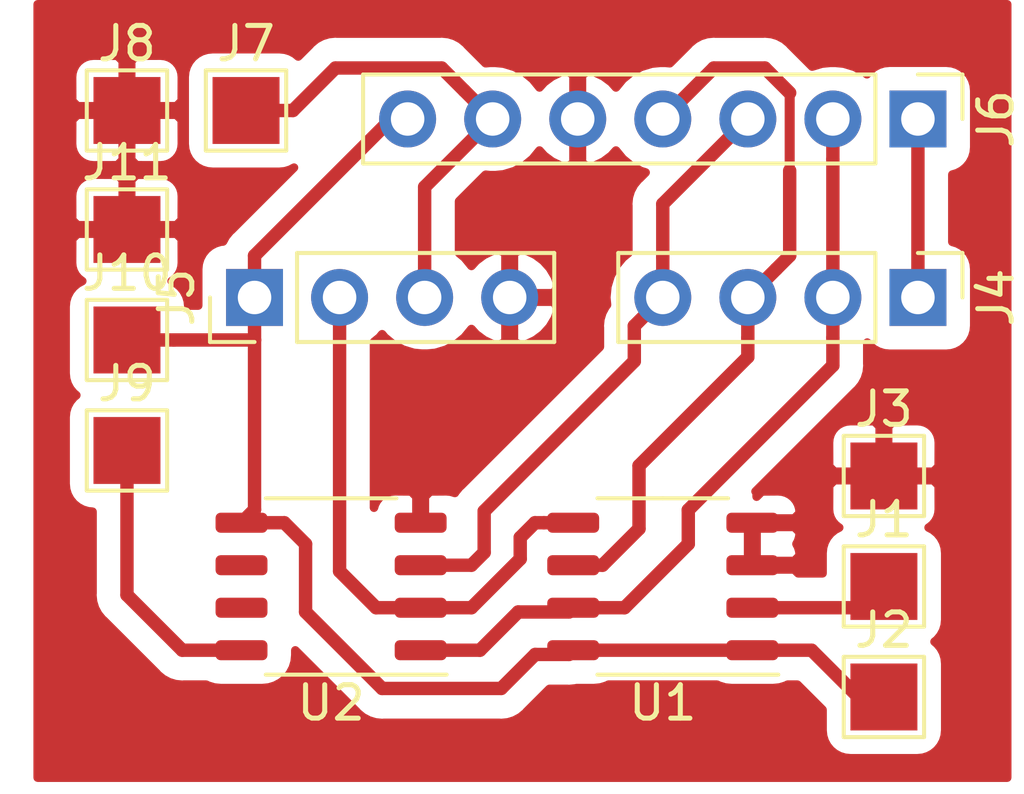
<source format=kicad_pcb>
(kicad_pcb (version 20171130) (host pcbnew "(5.1.4-0-10_14)")

  (general
    (thickness 1.6)
    (drawings 0)
    (tracks 77)
    (zones 0)
    (modules 13)
    (nets 11)
  )

  (page A4)
  (layers
    (0 F.Cu signal)
    (31 B.Cu signal)
    (32 B.Adhes user)
    (33 F.Adhes user)
    (34 B.Paste user)
    (35 F.Paste user)
    (36 B.SilkS user)
    (37 F.SilkS user)
    (38 B.Mask user)
    (39 F.Mask user)
    (40 Dwgs.User user)
    (41 Cmts.User user)
    (42 Eco1.User user)
    (43 Eco2.User user)
    (44 Edge.Cuts user)
    (45 Margin user)
    (46 B.CrtYd user)
    (47 F.CrtYd user)
    (48 B.Fab user)
    (49 F.Fab user)
  )

  (setup
    (last_trace_width 0.4)
    (trace_clearance 0.2)
    (zone_clearance 0.7)
    (zone_45_only no)
    (trace_min 0.2)
    (via_size 0.8)
    (via_drill 0.4)
    (via_min_size 0.4)
    (via_min_drill 0.3)
    (uvia_size 0.3)
    (uvia_drill 0.1)
    (uvias_allowed no)
    (uvia_min_size 0.2)
    (uvia_min_drill 0.1)
    (edge_width 0.15)
    (segment_width 0.2)
    (pcb_text_width 0.3)
    (pcb_text_size 1.5 1.5)
    (mod_edge_width 0.15)
    (mod_text_size 1 1)
    (mod_text_width 0.15)
    (pad_size 1.524 1.524)
    (pad_drill 0.762)
    (pad_to_mask_clearance 0.051)
    (solder_mask_min_width 0.25)
    (aux_axis_origin 0 0)
    (visible_elements FFFFFF7F)
    (pcbplotparams
      (layerselection 0x010fc_ffffffff)
      (usegerberextensions false)
      (usegerberattributes false)
      (usegerberadvancedattributes false)
      (creategerberjobfile false)
      (excludeedgelayer true)
      (linewidth 0.100000)
      (plotframeref false)
      (viasonmask false)
      (mode 1)
      (useauxorigin false)
      (hpglpennumber 1)
      (hpglpenspeed 20)
      (hpglpendiameter 15.000000)
      (psnegative false)
      (psa4output false)
      (plotreference true)
      (plotvalue true)
      (plotinvisibletext false)
      (padsonsilk false)
      (subtractmaskfromsilk false)
      (outputformat 1)
      (mirror false)
      (drillshape 1)
      (scaleselection 1)
      (outputdirectory ""))
  )

  (net 0 "")
  (net 1 +3V3)
  (net 2 GND)
  (net 3 GPIO4)
  (net 4 MOSI)
  (net 5 MISO)
  (net 6 SCK)
  (net 7 GPIO16)
  (net 8 MIC)
  (net 9 AUD_OUT)
  (net 10 HCS)

  (net_class Default "This is the default net class."
    (clearance 0.2)
    (trace_width 0.4)
    (via_dia 0.8)
    (via_drill 0.4)
    (uvia_dia 0.3)
    (uvia_drill 0.1)
    (add_net +3V3)
    (add_net AUD_OUT)
    (add_net GND)
    (add_net GPIO16)
    (add_net GPIO4)
    (add_net HCS)
    (add_net MIC)
    (add_net MISO)
    (add_net MOSI)
    (add_net SCK)
  )

  (module Package_SO:SSOP-8_3.9x5.05mm_P1.27mm (layer F.Cu) (tedit 5B9564B2) (tstamp 5D95FFF1)
    (at 45.466 51.816 180)
    (descr "SSOP, 8 Pin (http://www.fujitsu.com/downloads/MICRO/fsa/pdf/products/memory/fram/MB85RS16-DS501-00014-6v0-E.pdf), generated with kicad-footprint-generator ipc_gullwing_generator.py")
    (tags "SSOP SO")
    (path /5BF6B0D1)
    (attr smd)
    (fp_text reference U1 (at 0 -3.48) (layer F.SilkS)
      (effects (font (size 1 1) (thickness 0.15)))
    )
    (fp_text value MCP3201/TLC549IP (at 0 3.48) (layer F.Fab)
      (effects (font (size 1 1) (thickness 0.15)))
    )
    (fp_text user %R (at 0 0) (layer F.Fab)
      (effects (font (size 0.98 0.98) (thickness 0.15)))
    )
    (fp_line (start 3.7 -2.78) (end -3.7 -2.78) (layer F.CrtYd) (width 0.05))
    (fp_line (start 3.7 2.78) (end 3.7 -2.78) (layer F.CrtYd) (width 0.05))
    (fp_line (start -3.7 2.78) (end 3.7 2.78) (layer F.CrtYd) (width 0.05))
    (fp_line (start -3.7 -2.78) (end -3.7 2.78) (layer F.CrtYd) (width 0.05))
    (fp_line (start -1.95 -1.55) (end -0.975 -2.525) (layer F.Fab) (width 0.1))
    (fp_line (start -1.95 2.525) (end -1.95 -1.55) (layer F.Fab) (width 0.1))
    (fp_line (start 1.95 2.525) (end -1.95 2.525) (layer F.Fab) (width 0.1))
    (fp_line (start 1.95 -2.525) (end 1.95 2.525) (layer F.Fab) (width 0.1))
    (fp_line (start -0.975 -2.525) (end 1.95 -2.525) (layer F.Fab) (width 0.1))
    (fp_line (start 0 -2.635) (end -3.45 -2.635) (layer F.SilkS) (width 0.12))
    (fp_line (start 0 -2.635) (end 1.95 -2.635) (layer F.SilkS) (width 0.12))
    (fp_line (start 0 2.635) (end -1.95 2.635) (layer F.SilkS) (width 0.12))
    (fp_line (start 0 2.635) (end 1.95 2.635) (layer F.SilkS) (width 0.12))
    (fp_line (start 0 2.635) (end 0 2.635) (layer B.Fab) (width 0.12))
    (pad 8 smd roundrect (at 2.675 -1.905 180) (size 1.55 0.6) (layers F.Cu F.Paste F.Mask) (roundrect_rratio 0.25)
      (net 1 +3V3))
    (pad 7 smd roundrect (at 2.675 -0.635 180) (size 1.55 0.6) (layers F.Cu F.Paste F.Mask) (roundrect_rratio 0.25)
      (net 6 SCK))
    (pad 6 smd roundrect (at 2.675 0.635 180) (size 1.55 0.6) (layers F.Cu F.Paste F.Mask) (roundrect_rratio 0.25)
      (net 5 MISO))
    (pad 5 smd roundrect (at 2.675 1.905 180) (size 1.55 0.6) (layers F.Cu F.Paste F.Mask) (roundrect_rratio 0.25)
      (net 10 HCS))
    (pad 4 smd roundrect (at -2.675 1.905 180) (size 1.55 0.6) (layers F.Cu F.Paste F.Mask) (roundrect_rratio 0.25)
      (net 2 GND))
    (pad 3 smd roundrect (at -2.675 0.635 180) (size 1.55 0.6) (layers F.Cu F.Paste F.Mask) (roundrect_rratio 0.25)
      (net 2 GND))
    (pad 2 smd roundrect (at -2.675 -0.635 180) (size 1.55 0.6) (layers F.Cu F.Paste F.Mask) (roundrect_rratio 0.25)
      (net 8 MIC))
    (pad 1 smd roundrect (at -2.675 -1.905 180) (size 1.55 0.6) (layers F.Cu F.Paste F.Mask) (roundrect_rratio 0.25)
      (net 1 +3V3))
    (model ${KISYS3DMOD}/Package_SO.3dshapes/SSOP-8_3.9x5.05mm_P1.27mm.wrl
      (at (xyz 0 0 0))
      (scale (xyz 1 1 1))
      (rotate (xyz 0 0 0))
    )
  )

  (module Connector_PinHeader_2.54mm:PinHeader_1x04_P2.54mm_Vertical (layer F.Cu) (tedit 59FED5CC) (tstamp 5D9606D3)
    (at 33.274 43.18 90)
    (descr "Through hole straight pin header, 1x04, 2.54mm pitch, single row")
    (tags "Through hole pin header THT 1x04 2.54mm single row")
    (path /5D9609AE)
    (fp_text reference J5 (at 0 -2.33 90) (layer F.SilkS)
      (effects (font (size 1 1) (thickness 0.15)))
    )
    (fp_text value MAIN_UNIT_MISC (at 0 9.95 90) (layer F.Fab)
      (effects (font (size 1 1) (thickness 0.15)))
    )
    (fp_text user %R (at 0 3.81) (layer F.Fab)
      (effects (font (size 1 1) (thickness 0.15)))
    )
    (fp_line (start 1.8 -1.8) (end -1.8 -1.8) (layer F.CrtYd) (width 0.05))
    (fp_line (start 1.8 9.4) (end 1.8 -1.8) (layer F.CrtYd) (width 0.05))
    (fp_line (start -1.8 9.4) (end 1.8 9.4) (layer F.CrtYd) (width 0.05))
    (fp_line (start -1.8 -1.8) (end -1.8 9.4) (layer F.CrtYd) (width 0.05))
    (fp_line (start -1.33 -1.33) (end 0 -1.33) (layer F.SilkS) (width 0.12))
    (fp_line (start -1.33 0) (end -1.33 -1.33) (layer F.SilkS) (width 0.12))
    (fp_line (start -1.33 1.27) (end 1.33 1.27) (layer F.SilkS) (width 0.12))
    (fp_line (start 1.33 1.27) (end 1.33 8.95) (layer F.SilkS) (width 0.12))
    (fp_line (start -1.33 1.27) (end -1.33 8.95) (layer F.SilkS) (width 0.12))
    (fp_line (start -1.33 8.95) (end 1.33 8.95) (layer F.SilkS) (width 0.12))
    (fp_line (start -1.27 -0.635) (end -0.635 -1.27) (layer F.Fab) (width 0.1))
    (fp_line (start -1.27 8.89) (end -1.27 -0.635) (layer F.Fab) (width 0.1))
    (fp_line (start 1.27 8.89) (end -1.27 8.89) (layer F.Fab) (width 0.1))
    (fp_line (start 1.27 -1.27) (end 1.27 8.89) (layer F.Fab) (width 0.1))
    (fp_line (start -0.635 -1.27) (end 1.27 -1.27) (layer F.Fab) (width 0.1))
    (pad 4 thru_hole oval (at 0 7.62 90) (size 1.7 1.7) (drill 1) (layers *.Cu *.Mask)
      (net 2 GND))
    (pad 3 thru_hole oval (at 0 5.08 90) (size 1.7 1.7) (drill 1) (layers *.Cu *.Mask)
      (net 3 GPIO4))
    (pad 2 thru_hole oval (at 0 2.54 90) (size 1.7 1.7) (drill 1) (layers *.Cu *.Mask)
      (net 10 HCS))
    (pad 1 thru_hole rect (at 0 0 90) (size 1.7 1.7) (drill 1) (layers *.Cu *.Mask)
      (net 1 +3V3))
    (model ${KISYS3DMOD}/Connector_PinHeader_2.54mm.3dshapes/PinHeader_1x04_P2.54mm_Vertical.wrl
      (at (xyz 0 0 0))
      (scale (xyz 1 1 1))
      (rotate (xyz 0 0 0))
    )
  )

  (module Connector_PinHeader_2.54mm:PinHeader_1x04_P2.54mm_Vertical (layer F.Cu) (tedit 59FED5CC) (tstamp 5D95F685)
    (at 53.086 43.18 270)
    (descr "Through hole straight pin header, 1x04, 2.54mm pitch, single row")
    (tags "Through hole pin header THT 1x04 2.54mm single row")
    (path /5BF724CE)
    (fp_text reference J4 (at 0 -2.33 90) (layer F.SilkS)
      (effects (font (size 1 1) (thickness 0.15)))
    )
    (fp_text value MAIN_UNIT_SPI (at 0 9.95 90) (layer F.Fab)
      (effects (font (size 1 1) (thickness 0.15)))
    )
    (fp_text user %R (at 0 3.81) (layer F.Fab)
      (effects (font (size 1 1) (thickness 0.15)))
    )
    (fp_line (start 1.8 -1.8) (end -1.8 -1.8) (layer F.CrtYd) (width 0.05))
    (fp_line (start 1.8 9.4) (end 1.8 -1.8) (layer F.CrtYd) (width 0.05))
    (fp_line (start -1.8 9.4) (end 1.8 9.4) (layer F.CrtYd) (width 0.05))
    (fp_line (start -1.8 -1.8) (end -1.8 9.4) (layer F.CrtYd) (width 0.05))
    (fp_line (start -1.33 -1.33) (end 0 -1.33) (layer F.SilkS) (width 0.12))
    (fp_line (start -1.33 0) (end -1.33 -1.33) (layer F.SilkS) (width 0.12))
    (fp_line (start -1.33 1.27) (end 1.33 1.27) (layer F.SilkS) (width 0.12))
    (fp_line (start 1.33 1.27) (end 1.33 8.95) (layer F.SilkS) (width 0.12))
    (fp_line (start -1.33 1.27) (end -1.33 8.95) (layer F.SilkS) (width 0.12))
    (fp_line (start -1.33 8.95) (end 1.33 8.95) (layer F.SilkS) (width 0.12))
    (fp_line (start -1.27 -0.635) (end -0.635 -1.27) (layer F.Fab) (width 0.1))
    (fp_line (start -1.27 8.89) (end -1.27 -0.635) (layer F.Fab) (width 0.1))
    (fp_line (start 1.27 8.89) (end -1.27 8.89) (layer F.Fab) (width 0.1))
    (fp_line (start 1.27 -1.27) (end 1.27 8.89) (layer F.Fab) (width 0.1))
    (fp_line (start -0.635 -1.27) (end 1.27 -1.27) (layer F.Fab) (width 0.1))
    (pad 4 thru_hole oval (at 0 7.62 270) (size 1.7 1.7) (drill 1) (layers *.Cu *.Mask)
      (net 4 MOSI))
    (pad 3 thru_hole oval (at 0 5.08 270) (size 1.7 1.7) (drill 1) (layers *.Cu *.Mask)
      (net 5 MISO))
    (pad 2 thru_hole oval (at 0 2.54 270) (size 1.7 1.7) (drill 1) (layers *.Cu *.Mask)
      (net 6 SCK))
    (pad 1 thru_hole rect (at 0 0 270) (size 1.7 1.7) (drill 1) (layers *.Cu *.Mask)
      (net 7 GPIO16))
    (model ${KISYS3DMOD}/Connector_PinHeader_2.54mm.3dshapes/PinHeader_1x04_P2.54mm_Vertical.wrl
      (at (xyz 0 0 0))
      (scale (xyz 1 1 1))
      (rotate (xyz 0 0 0))
    )
  )

  (module Package_SO:SSOP-8_3.9x5.05mm_P1.27mm (layer F.Cu) (tedit 5B9564B2) (tstamp 5D95F772)
    (at 35.56 51.816 180)
    (descr "SSOP, 8 Pin (http://www.fujitsu.com/downloads/MICRO/fsa/pdf/products/memory/fram/MB85RS16-DS501-00014-6v0-E.pdf), generated with kicad-footprint-generator ipc_gullwing_generator.py")
    (tags "SSOP SO")
    (path /5CA8C038)
    (attr smd)
    (fp_text reference U2 (at 0 -3.48) (layer F.SilkS)
      (effects (font (size 1 1) (thickness 0.15)))
    )
    (fp_text value PT8211 (at 0 3.48) (layer F.Fab)
      (effects (font (size 1 1) (thickness 0.15)))
    )
    (fp_text user %R (at 0 0) (layer F.Fab)
      (effects (font (size 0.98 0.98) (thickness 0.15)))
    )
    (fp_line (start 3.7 -2.78) (end -3.7 -2.78) (layer F.CrtYd) (width 0.05))
    (fp_line (start 3.7 2.78) (end 3.7 -2.78) (layer F.CrtYd) (width 0.05))
    (fp_line (start -3.7 2.78) (end 3.7 2.78) (layer F.CrtYd) (width 0.05))
    (fp_line (start -3.7 -2.78) (end -3.7 2.78) (layer F.CrtYd) (width 0.05))
    (fp_line (start -1.95 -1.55) (end -0.975 -2.525) (layer F.Fab) (width 0.1))
    (fp_line (start -1.95 2.525) (end -1.95 -1.55) (layer F.Fab) (width 0.1))
    (fp_line (start 1.95 2.525) (end -1.95 2.525) (layer F.Fab) (width 0.1))
    (fp_line (start 1.95 -2.525) (end 1.95 2.525) (layer F.Fab) (width 0.1))
    (fp_line (start -0.975 -2.525) (end 1.95 -2.525) (layer F.Fab) (width 0.1))
    (fp_line (start 0 -2.635) (end -3.45 -2.635) (layer F.SilkS) (width 0.12))
    (fp_line (start 0 -2.635) (end 1.95 -2.635) (layer F.SilkS) (width 0.12))
    (fp_line (start 0 2.635) (end -1.95 2.635) (layer F.SilkS) (width 0.12))
    (fp_line (start 0 2.635) (end 1.95 2.635) (layer F.SilkS) (width 0.12))
    (fp_line (start 0 2.635) (end 0 2.635) (layer B.Fab) (width 0.12))
    (pad 8 smd roundrect (at 2.675 -1.905 180) (size 1.55 0.6) (layers F.Cu F.Paste F.Mask) (roundrect_rratio 0.25)
      (net 9 AUD_OUT))
    (pad 7 smd roundrect (at 2.675 -0.635 180) (size 1.55 0.6) (layers F.Cu F.Paste F.Mask) (roundrect_rratio 0.25))
    (pad 6 smd roundrect (at 2.675 0.635 180) (size 1.55 0.6) (layers F.Cu F.Paste F.Mask) (roundrect_rratio 0.25))
    (pad 5 smd roundrect (at 2.675 1.905 180) (size 1.55 0.6) (layers F.Cu F.Paste F.Mask) (roundrect_rratio 0.25)
      (net 1 +3V3))
    (pad 4 smd roundrect (at -2.675 1.905 180) (size 1.55 0.6) (layers F.Cu F.Paste F.Mask) (roundrect_rratio 0.25)
      (net 2 GND))
    (pad 3 smd roundrect (at -2.675 0.635 180) (size 1.55 0.6) (layers F.Cu F.Paste F.Mask) (roundrect_rratio 0.25)
      (net 4 MOSI))
    (pad 2 smd roundrect (at -2.675 -0.635 180) (size 1.55 0.6) (layers F.Cu F.Paste F.Mask) (roundrect_rratio 0.25)
      (net 10 HCS))
    (pad 1 smd roundrect (at -2.675 -1.905 180) (size 1.55 0.6) (layers F.Cu F.Paste F.Mask) (roundrect_rratio 0.25)
      (net 6 SCK))
    (model ${KISYS3DMOD}/Package_SO.3dshapes/SSOP-8_3.9x5.05mm_P1.27mm.wrl
      (at (xyz 0 0 0))
      (scale (xyz 1 1 1))
      (rotate (xyz 0 0 0))
    )
  )

  (module TestPoint:TestPoint_Pad_2.0x2.0mm (layer F.Cu) (tedit 5A0F774F) (tstamp 5D96098E)
    (at 29.464 41.148)
    (descr "SMD rectangular pad as test Point, square 2.0mm side length")
    (tags "test point SMD pad rectangle square")
    (path /5D974A45)
    (attr virtual)
    (fp_text reference J11 (at 0 -1.998) (layer F.SilkS)
      (effects (font (size 1 1) (thickness 0.15)))
    )
    (fp_text value SPK_GND (at 0 2.05) (layer F.Fab)
      (effects (font (size 1 1) (thickness 0.15)))
    )
    (fp_line (start 1.5 1.5) (end -1.5 1.5) (layer F.CrtYd) (width 0.05))
    (fp_line (start 1.5 1.5) (end 1.5 -1.5) (layer F.CrtYd) (width 0.05))
    (fp_line (start -1.5 -1.5) (end -1.5 1.5) (layer F.CrtYd) (width 0.05))
    (fp_line (start -1.5 -1.5) (end 1.5 -1.5) (layer F.CrtYd) (width 0.05))
    (fp_line (start -1.2 1.2) (end -1.2 -1.2) (layer F.SilkS) (width 0.12))
    (fp_line (start 1.2 1.2) (end -1.2 1.2) (layer F.SilkS) (width 0.12))
    (fp_line (start 1.2 -1.2) (end 1.2 1.2) (layer F.SilkS) (width 0.12))
    (fp_line (start -1.2 -1.2) (end 1.2 -1.2) (layer F.SilkS) (width 0.12))
    (fp_text user %R (at 0 -2) (layer F.Fab)
      (effects (font (size 1 1) (thickness 0.15)))
    )
    (pad 1 smd rect (at 0 0) (size 2 2) (layers F.Cu F.Mask)
      (net 2 GND))
  )

  (module TestPoint:TestPoint_Pad_2.0x2.0mm (layer F.Cu) (tedit 5A0F774F) (tstamp 5D9609B5)
    (at 29.464 44.45)
    (descr "SMD rectangular pad as test Point, square 2.0mm side length")
    (tags "test point SMD pad rectangle square")
    (path /5D974A39)
    (attr virtual)
    (fp_text reference J10 (at 0 -1.998) (layer F.SilkS)
      (effects (font (size 1 1) (thickness 0.15)))
    )
    (fp_text value SPK_PWR (at 0 2.05) (layer F.Fab)
      (effects (font (size 1 1) (thickness 0.15)))
    )
    (fp_line (start 1.5 1.5) (end -1.5 1.5) (layer F.CrtYd) (width 0.05))
    (fp_line (start 1.5 1.5) (end 1.5 -1.5) (layer F.CrtYd) (width 0.05))
    (fp_line (start -1.5 -1.5) (end -1.5 1.5) (layer F.CrtYd) (width 0.05))
    (fp_line (start -1.5 -1.5) (end 1.5 -1.5) (layer F.CrtYd) (width 0.05))
    (fp_line (start -1.2 1.2) (end -1.2 -1.2) (layer F.SilkS) (width 0.12))
    (fp_line (start 1.2 1.2) (end -1.2 1.2) (layer F.SilkS) (width 0.12))
    (fp_line (start 1.2 -1.2) (end 1.2 1.2) (layer F.SilkS) (width 0.12))
    (fp_line (start -1.2 -1.2) (end 1.2 -1.2) (layer F.SilkS) (width 0.12))
    (fp_text user %R (at 0 -2) (layer F.Fab)
      (effects (font (size 1 1) (thickness 0.15)))
    )
    (pad 1 smd rect (at 0 0) (size 2 2) (layers F.Cu F.Mask)
      (net 1 +3V3))
  )

  (module TestPoint:TestPoint_Pad_2.0x2.0mm (layer F.Cu) (tedit 5A0F774F) (tstamp 5D9609DC)
    (at 29.464 47.752)
    (descr "SMD rectangular pad as test Point, square 2.0mm side length")
    (tags "test point SMD pad rectangle square")
    (path /5D974A32)
    (attr virtual)
    (fp_text reference J9 (at 0 -1.998) (layer F.SilkS)
      (effects (font (size 1 1) (thickness 0.15)))
    )
    (fp_text value SPK_OUT (at 0 2.05) (layer F.Fab)
      (effects (font (size 1 1) (thickness 0.15)))
    )
    (fp_line (start 1.5 1.5) (end -1.5 1.5) (layer F.CrtYd) (width 0.05))
    (fp_line (start 1.5 1.5) (end 1.5 -1.5) (layer F.CrtYd) (width 0.05))
    (fp_line (start -1.5 -1.5) (end -1.5 1.5) (layer F.CrtYd) (width 0.05))
    (fp_line (start -1.5 -1.5) (end 1.5 -1.5) (layer F.CrtYd) (width 0.05))
    (fp_line (start -1.2 1.2) (end -1.2 -1.2) (layer F.SilkS) (width 0.12))
    (fp_line (start 1.2 1.2) (end -1.2 1.2) (layer F.SilkS) (width 0.12))
    (fp_line (start 1.2 -1.2) (end 1.2 1.2) (layer F.SilkS) (width 0.12))
    (fp_line (start -1.2 -1.2) (end 1.2 -1.2) (layer F.SilkS) (width 0.12))
    (fp_text user %R (at 0 -2) (layer F.Fab)
      (effects (font (size 1 1) (thickness 0.15)))
    )
    (pad 1 smd rect (at 0 0) (size 2 2) (layers F.Cu F.Mask)
      (net 9 AUD_OUT))
  )

  (module TestPoint:TestPoint_Pad_2.0x2.0mm (layer F.Cu) (tedit 5A0F774F) (tstamp 5D95F709)
    (at 29.464 37.592)
    (descr "SMD rectangular pad as test Point, square 2.0mm side length")
    (tags "test point SMD pad rectangle square")
    (path /5D978BC1)
    (attr virtual)
    (fp_text reference J8 (at 0 -1.998) (layer F.SilkS)
      (effects (font (size 1 1) (thickness 0.15)))
    )
    (fp_text value BELL_GND (at 0 2.05) (layer F.Fab)
      (effects (font (size 1 1) (thickness 0.15)))
    )
    (fp_line (start 1.5 1.5) (end -1.5 1.5) (layer F.CrtYd) (width 0.05))
    (fp_line (start 1.5 1.5) (end 1.5 -1.5) (layer F.CrtYd) (width 0.05))
    (fp_line (start -1.5 -1.5) (end -1.5 1.5) (layer F.CrtYd) (width 0.05))
    (fp_line (start -1.5 -1.5) (end 1.5 -1.5) (layer F.CrtYd) (width 0.05))
    (fp_line (start -1.2 1.2) (end -1.2 -1.2) (layer F.SilkS) (width 0.12))
    (fp_line (start 1.2 1.2) (end -1.2 1.2) (layer F.SilkS) (width 0.12))
    (fp_line (start 1.2 -1.2) (end 1.2 1.2) (layer F.SilkS) (width 0.12))
    (fp_line (start -1.2 -1.2) (end 1.2 -1.2) (layer F.SilkS) (width 0.12))
    (fp_text user %R (at 0 -2) (layer F.Fab)
      (effects (font (size 1 1) (thickness 0.15)))
    )
    (pad 1 smd rect (at 0 0) (size 2 2) (layers F.Cu F.Mask)
      (net 2 GND))
  )

  (module TestPoint:TestPoint_Pad_2.0x2.0mm (layer F.Cu) (tedit 5A0F774F) (tstamp 5D95F6FB)
    (at 33.02 37.592)
    (descr "SMD rectangular pad as test Point, square 2.0mm side length")
    (tags "test point SMD pad rectangle square")
    (path /5D979249)
    (attr virtual)
    (fp_text reference J7 (at 0 -1.998) (layer F.SilkS)
      (effects (font (size 1 1) (thickness 0.15)))
    )
    (fp_text value BELL_BTN (at 0 2.05) (layer F.Fab)
      (effects (font (size 1 1) (thickness 0.15)))
    )
    (fp_line (start 1.5 1.5) (end -1.5 1.5) (layer F.CrtYd) (width 0.05))
    (fp_line (start 1.5 1.5) (end 1.5 -1.5) (layer F.CrtYd) (width 0.05))
    (fp_line (start -1.5 -1.5) (end -1.5 1.5) (layer F.CrtYd) (width 0.05))
    (fp_line (start -1.5 -1.5) (end 1.5 -1.5) (layer F.CrtYd) (width 0.05))
    (fp_line (start -1.2 1.2) (end -1.2 -1.2) (layer F.SilkS) (width 0.12))
    (fp_line (start 1.2 1.2) (end -1.2 1.2) (layer F.SilkS) (width 0.12))
    (fp_line (start 1.2 -1.2) (end 1.2 1.2) (layer F.SilkS) (width 0.12))
    (fp_line (start -1.2 -1.2) (end 1.2 -1.2) (layer F.SilkS) (width 0.12))
    (fp_text user %R (at 0 -2) (layer F.Fab)
      (effects (font (size 1 1) (thickness 0.15)))
    )
    (pad 1 smd rect (at 0 0) (size 2 2) (layers F.Cu F.Mask)
      (net 3 GPIO4))
  )

  (module Connector_PinHeader_2.54mm:PinHeader_1x07_P2.54mm_Vertical (layer F.Cu) (tedit 59FED5CC) (tstamp 5D95F6ED)
    (at 53.086 37.846 270)
    (descr "Through hole straight pin header, 1x07, 2.54mm pitch, single row")
    (tags "Through hole pin header THT 1x07 2.54mm single row")
    (path /5D975287)
    (fp_text reference J6 (at 0 -2.33 90) (layer F.SilkS)
      (effects (font (size 1 1) (thickness 0.15)))
    )
    (fp_text value MFRC522 (at 0 17.57 90) (layer F.Fab)
      (effects (font (size 1 1) (thickness 0.15)))
    )
    (fp_text user %R (at 0 7.62) (layer F.Fab)
      (effects (font (size 1 1) (thickness 0.15)))
    )
    (fp_line (start 1.8 -1.8) (end -1.8 -1.8) (layer F.CrtYd) (width 0.05))
    (fp_line (start 1.8 17.05) (end 1.8 -1.8) (layer F.CrtYd) (width 0.05))
    (fp_line (start -1.8 17.05) (end 1.8 17.05) (layer F.CrtYd) (width 0.05))
    (fp_line (start -1.8 -1.8) (end -1.8 17.05) (layer F.CrtYd) (width 0.05))
    (fp_line (start -1.33 -1.33) (end 0 -1.33) (layer F.SilkS) (width 0.12))
    (fp_line (start -1.33 0) (end -1.33 -1.33) (layer F.SilkS) (width 0.12))
    (fp_line (start -1.33 1.27) (end 1.33 1.27) (layer F.SilkS) (width 0.12))
    (fp_line (start 1.33 1.27) (end 1.33 16.57) (layer F.SilkS) (width 0.12))
    (fp_line (start -1.33 1.27) (end -1.33 16.57) (layer F.SilkS) (width 0.12))
    (fp_line (start -1.33 16.57) (end 1.33 16.57) (layer F.SilkS) (width 0.12))
    (fp_line (start -1.27 -0.635) (end -0.635 -1.27) (layer F.Fab) (width 0.1))
    (fp_line (start -1.27 16.51) (end -1.27 -0.635) (layer F.Fab) (width 0.1))
    (fp_line (start 1.27 16.51) (end -1.27 16.51) (layer F.Fab) (width 0.1))
    (fp_line (start 1.27 -1.27) (end 1.27 16.51) (layer F.Fab) (width 0.1))
    (fp_line (start -0.635 -1.27) (end 1.27 -1.27) (layer F.Fab) (width 0.1))
    (pad 7 thru_hole oval (at 0 15.24 270) (size 1.7 1.7) (drill 1) (layers *.Cu *.Mask)
      (net 1 +3V3))
    (pad 6 thru_hole oval (at 0 12.7 270) (size 1.7 1.7) (drill 1) (layers *.Cu *.Mask)
      (net 3 GPIO4))
    (pad 5 thru_hole oval (at 0 10.16 270) (size 1.7 1.7) (drill 1) (layers *.Cu *.Mask)
      (net 2 GND))
    (pad 4 thru_hole oval (at 0 7.62 270) (size 1.7 1.7) (drill 1) (layers *.Cu *.Mask)
      (net 5 MISO))
    (pad 3 thru_hole oval (at 0 5.08 270) (size 1.7 1.7) (drill 1) (layers *.Cu *.Mask)
      (net 4 MOSI))
    (pad 2 thru_hole oval (at 0 2.54 270) (size 1.7 1.7) (drill 1) (layers *.Cu *.Mask)
      (net 6 SCK))
    (pad 1 thru_hole rect (at 0 0 270) (size 1.7 1.7) (drill 1) (layers *.Cu *.Mask)
      (net 7 GPIO16))
    (model ${KISYS3DMOD}/Connector_PinHeader_2.54mm.3dshapes/PinHeader_1x07_P2.54mm_Vertical.wrl
      (at (xyz 0 0 0))
      (scale (xyz 1 1 1))
      (rotate (xyz 0 0 0))
    )
  )

  (module TestPoint:TestPoint_Pad_2.0x2.0mm (layer F.Cu) (tedit 5A0F774F) (tstamp 5D95F638)
    (at 52.07 48.514)
    (descr "SMD rectangular pad as test Point, square 2.0mm side length")
    (tags "test point SMD pad rectangle square")
    (path /5D96A9CA)
    (attr virtual)
    (fp_text reference J3 (at 0 -1.998) (layer F.SilkS)
      (effects (font (size 1 1) (thickness 0.15)))
    )
    (fp_text value MIC_GND (at 0 2.05) (layer F.Fab)
      (effects (font (size 1 1) (thickness 0.15)))
    )
    (fp_line (start 1.5 1.5) (end -1.5 1.5) (layer F.CrtYd) (width 0.05))
    (fp_line (start 1.5 1.5) (end 1.5 -1.5) (layer F.CrtYd) (width 0.05))
    (fp_line (start -1.5 -1.5) (end -1.5 1.5) (layer F.CrtYd) (width 0.05))
    (fp_line (start -1.5 -1.5) (end 1.5 -1.5) (layer F.CrtYd) (width 0.05))
    (fp_line (start -1.2 1.2) (end -1.2 -1.2) (layer F.SilkS) (width 0.12))
    (fp_line (start 1.2 1.2) (end -1.2 1.2) (layer F.SilkS) (width 0.12))
    (fp_line (start 1.2 -1.2) (end 1.2 1.2) (layer F.SilkS) (width 0.12))
    (fp_line (start -1.2 -1.2) (end 1.2 -1.2) (layer F.SilkS) (width 0.12))
    (fp_text user %R (at 0 -2) (layer F.Fab)
      (effects (font (size 1 1) (thickness 0.15)))
    )
    (pad 1 smd rect (at 0 0) (size 2 2) (layers F.Cu F.Mask)
      (net 2 GND))
  )

  (module TestPoint:TestPoint_Pad_2.0x2.0mm (layer F.Cu) (tedit 5A0F774F) (tstamp 5D95F62A)
    (at 52.07 55.118)
    (descr "SMD rectangular pad as test Point, square 2.0mm side length")
    (tags "test point SMD pad rectangle square")
    (path /5D967AD7)
    (attr virtual)
    (fp_text reference J2 (at 0 -1.998) (layer F.SilkS)
      (effects (font (size 1 1) (thickness 0.15)))
    )
    (fp_text value MIC_PWR (at 0 2.05) (layer F.Fab)
      (effects (font (size 1 1) (thickness 0.15)))
    )
    (fp_line (start 1.5 1.5) (end -1.5 1.5) (layer F.CrtYd) (width 0.05))
    (fp_line (start 1.5 1.5) (end 1.5 -1.5) (layer F.CrtYd) (width 0.05))
    (fp_line (start -1.5 -1.5) (end -1.5 1.5) (layer F.CrtYd) (width 0.05))
    (fp_line (start -1.5 -1.5) (end 1.5 -1.5) (layer F.CrtYd) (width 0.05))
    (fp_line (start -1.2 1.2) (end -1.2 -1.2) (layer F.SilkS) (width 0.12))
    (fp_line (start 1.2 1.2) (end -1.2 1.2) (layer F.SilkS) (width 0.12))
    (fp_line (start 1.2 -1.2) (end 1.2 1.2) (layer F.SilkS) (width 0.12))
    (fp_line (start -1.2 -1.2) (end 1.2 -1.2) (layer F.SilkS) (width 0.12))
    (fp_text user %R (at 0 -2) (layer F.Fab)
      (effects (font (size 1 1) (thickness 0.15)))
    )
    (pad 1 smd rect (at 0 0) (size 2 2) (layers F.Cu F.Mask)
      (net 1 +3V3))
  )

  (module TestPoint:TestPoint_Pad_2.0x2.0mm (layer F.Cu) (tedit 5A0F774F) (tstamp 5D95F61C)
    (at 52.07 51.816)
    (descr "SMD rectangular pad as test Point, square 2.0mm side length")
    (tags "test point SMD pad rectangle square")
    (path /5D96722E)
    (attr virtual)
    (fp_text reference J1 (at 0 -1.998) (layer F.SilkS)
      (effects (font (size 1 1) (thickness 0.15)))
    )
    (fp_text value MIC_IN (at 0 2.05) (layer F.Fab)
      (effects (font (size 1 1) (thickness 0.15)))
    )
    (fp_line (start 1.5 1.5) (end -1.5 1.5) (layer F.CrtYd) (width 0.05))
    (fp_line (start 1.5 1.5) (end 1.5 -1.5) (layer F.CrtYd) (width 0.05))
    (fp_line (start -1.5 -1.5) (end -1.5 1.5) (layer F.CrtYd) (width 0.05))
    (fp_line (start -1.5 -1.5) (end 1.5 -1.5) (layer F.CrtYd) (width 0.05))
    (fp_line (start -1.2 1.2) (end -1.2 -1.2) (layer F.SilkS) (width 0.12))
    (fp_line (start 1.2 1.2) (end -1.2 1.2) (layer F.SilkS) (width 0.12))
    (fp_line (start 1.2 -1.2) (end 1.2 1.2) (layer F.SilkS) (width 0.12))
    (fp_line (start -1.2 -1.2) (end 1.2 -1.2) (layer F.SilkS) (width 0.12))
    (fp_text user %R (at 0 -2) (layer F.Fab)
      (effects (font (size 1 1) (thickness 0.15)))
    )
    (pad 1 smd rect (at 0 0) (size 2 2) (layers F.Cu F.Mask)
      (net 8 MIC))
  )

  (segment (start 42.791 53.721) (end 48.141 53.721) (width 0.4) (layer F.Cu) (net 1))
  (segment (start 33.274 49.522) (end 32.885 49.911) (width 0.4) (layer F.Cu) (net 1))
  (segment (start 37.358 37.846) (end 37.846 37.846) (width 0.4) (layer F.Cu) (net 1))
  (segment (start 33.274 41.93) (end 37.358 37.846) (width 0.4) (layer F.Cu) (net 1))
  (segment (start 33.274 43.18) (end 33.274 41.93) (width 0.4) (layer F.Cu) (net 1))
  (segment (start 42.664 53.848) (end 42.791 53.721) (width 0.4) (layer F.Cu) (net 1))
  (segment (start 41.656 53.848) (end 42.664 53.848) (width 0.4) (layer F.Cu) (net 1))
  (segment (start 40.64 54.864) (end 41.656 53.848) (width 0.4) (layer F.Cu) (net 1))
  (segment (start 37.084 54.864) (end 40.64 54.864) (width 0.4) (layer F.Cu) (net 1))
  (segment (start 34.798 52.578) (end 37.084 54.864) (width 0.4) (layer F.Cu) (net 1))
  (segment (start 34.798 50.546) (end 34.798 52.578) (width 0.4) (layer F.Cu) (net 1))
  (segment (start 34.163 49.911) (end 34.798 50.546) (width 0.4) (layer F.Cu) (net 1))
  (segment (start 32.885 49.911) (end 34.163 49.911) (width 0.4) (layer F.Cu) (net 1))
  (segment (start 29.464 44.45) (end 30.864 44.45) (width 0.4) (layer F.Cu) (net 1))
  (segment (start 30.864 44.45) (end 33.274 44.45) (width 0.4) (layer F.Cu) (net 1))
  (segment (start 33.274 44.45) (end 33.274 49.522) (width 0.4) (layer F.Cu) (net 1))
  (segment (start 33.274 43.18) (end 33.274 44.45) (width 0.4) (layer F.Cu) (net 1))
  (segment (start 51.308 55.118) (end 52.07 55.118) (width 0.4) (layer F.Cu) (net 1))
  (segment (start 49.911 53.721) (end 51.308 55.118) (width 0.4) (layer F.Cu) (net 1))
  (segment (start 48.141 53.721) (end 49.911 53.721) (width 0.4) (layer F.Cu) (net 1))
  (segment (start 48.141 49.911) (end 48.141 51.181) (width 0.4) (layer F.Cu) (net 2))
  (segment (start 38.354 39.878) (end 40.386 37.846) (width 0.4) (layer F.Cu) (net 3))
  (segment (start 38.354 43.18) (end 38.354 39.878) (width 0.4) (layer F.Cu) (net 3))
  (segment (start 39.536001 36.996001) (end 40.386 37.846) (width 0.4) (layer F.Cu) (net 3))
  (segment (start 35.69 36.322) (end 38.862 36.322) (width 0.4) (layer F.Cu) (net 3))
  (segment (start 34.42 37.592) (end 35.69 36.322) (width 0.4) (layer F.Cu) (net 3))
  (segment (start 38.862 36.322) (end 39.536001 36.996001) (width 0.4) (layer F.Cu) (net 3))
  (segment (start 33.02 37.592) (end 34.42 37.592) (width 0.4) (layer F.Cu) (net 3))
  (segment (start 45.466 41.977919) (end 45.466 43.18) (width 0.4) (layer F.Cu) (net 4))
  (segment (start 45.466 40.386) (end 45.466 41.977919) (width 0.4) (layer F.Cu) (net 4))
  (segment (start 48.006 37.846) (end 45.466 40.386) (width 0.4) (layer F.Cu) (net 4))
  (segment (start 44.616001 44.029999) (end 45.466 43.18) (width 0.4) (layer F.Cu) (net 4))
  (segment (start 44.616001 45.082833) (end 44.616001 44.029999) (width 0.4) (layer F.Cu) (net 4))
  (segment (start 40.132 50.8) (end 40.132 49.566834) (width 0.4) (layer F.Cu) (net 4))
  (segment (start 39.751 51.181) (end 40.132 50.8) (width 0.4) (layer F.Cu) (net 4))
  (segment (start 40.132 49.566834) (end 44.616001 45.082833) (width 0.4) (layer F.Cu) (net 4))
  (segment (start 38.235 51.181) (end 39.751 51.181) (width 0.4) (layer F.Cu) (net 4))
  (segment (start 48.006 44.958) (end 48.006 44.382081) (width 0.4) (layer F.Cu) (net 5))
  (segment (start 48.006 44.382081) (end 48.006 43.18) (width 0.4) (layer F.Cu) (net 5))
  (segment (start 44.7565 48.2075) (end 48.006 44.958) (width 0.4) (layer F.Cu) (net 5))
  (segment (start 44.7565 50.0905) (end 44.7565 48.2075) (width 0.4) (layer F.Cu) (net 5))
  (segment (start 43.666 51.181) (end 44.7565 50.0905) (width 0.4) (layer F.Cu) (net 5))
  (segment (start 42.791 51.181) (end 43.666 51.181) (width 0.4) (layer F.Cu) (net 5))
  (segment (start 49.256001 41.929999) (end 48.855999 42.330001) (width 0.4) (layer F.Cu) (net 5))
  (segment (start 48.855999 42.330001) (end 48.006 43.18) (width 0.4) (layer F.Cu) (net 5))
  (segment (start 49.256001 39.389999) (end 49.256001 41.929999) (width 0.4) (layer F.Cu) (net 5))
  (segment (start 49.256001 37.064001) (end 49.256001 39.389999) (width 0.3) (layer F.Cu) (net 5))
  (segment (start 48.514 36.322) (end 49.256001 37.064001) (width 0.4) (layer F.Cu) (net 5))
  (segment (start 46.99 36.322) (end 48.514 36.322) (width 0.4) (layer F.Cu) (net 5))
  (segment (start 45.466 37.846) (end 46.99 36.322) (width 0.4) (layer F.Cu) (net 5))
  (segment (start 50.546 39.048081) (end 50.546 43.18) (width 0.4) (layer F.Cu) (net 6))
  (segment (start 50.546 37.846) (end 50.546 39.048081) (width 0.4) (layer F.Cu) (net 6))
  (segment (start 42.664 52.578) (end 42.791 52.451) (width 0.4) (layer F.Cu) (net 6))
  (segment (start 41.148 52.578) (end 42.664 52.578) (width 0.4) (layer F.Cu) (net 6))
  (segment (start 40.005 53.721) (end 41.148 52.578) (width 0.4) (layer F.Cu) (net 6))
  (segment (start 38.235 53.721) (end 40.005 53.721) (width 0.4) (layer F.Cu) (net 6))
  (segment (start 50.546 45.212) (end 50.546 44.382081) (width 0.4) (layer F.Cu) (net 6))
  (segment (start 46.228 49.53) (end 50.546 45.212) (width 0.4) (layer F.Cu) (net 6))
  (segment (start 46.228 50.546) (end 46.228 49.53) (width 0.4) (layer F.Cu) (net 6))
  (segment (start 44.323 52.451) (end 46.228 50.546) (width 0.4) (layer F.Cu) (net 6))
  (segment (start 50.546 44.382081) (end 50.546 43.18) (width 0.4) (layer F.Cu) (net 6))
  (segment (start 42.791 52.451) (end 44.323 52.451) (width 0.4) (layer F.Cu) (net 6))
  (segment (start 53.086 37.846) (end 53.086 43.18) (width 0.4) (layer F.Cu) (net 7))
  (segment (start 51.435 52.451) (end 52.07 51.816) (width 0.4) (layer F.Cu) (net 8))
  (segment (start 48.141 52.451) (end 51.435 52.451) (width 0.4) (layer F.Cu) (net 8))
  (segment (start 31.115 53.721) (end 32.885 53.721) (width 0.4) (layer F.Cu) (net 9))
  (segment (start 29.464 52.07) (end 31.115 53.721) (width 0.4) (layer F.Cu) (net 9))
  (segment (start 29.464 47.752) (end 29.464 52.07) (width 0.4) (layer F.Cu) (net 9))
  (segment (start 36.9045 52.451) (end 38.235 52.451) (width 0.4) (layer F.Cu) (net 10))
  (segment (start 35.814 51.3605) (end 36.9045 52.451) (width 0.4) (layer F.Cu) (net 10))
  (segment (start 35.814 43.18) (end 35.814 51.3605) (width 0.4) (layer F.Cu) (net 10))
  (segment (start 41.916 49.911) (end 42.791 49.911) (width 0.4) (layer F.Cu) (net 10))
  (segment (start 41.65 49.911) (end 41.916 49.911) (width 0.4) (layer F.Cu) (net 10))
  (segment (start 41.2085 50.9935) (end 41.2085 50.3525) (width 0.4) (layer F.Cu) (net 10))
  (segment (start 41.2085 50.3525) (end 41.65 49.911) (width 0.4) (layer F.Cu) (net 10))
  (segment (start 39.751 52.451) (end 41.2085 50.9935) (width 0.4) (layer F.Cu) (net 10))
  (segment (start 38.235 52.451) (end 39.751 52.451) (width 0.4) (layer F.Cu) (net 10))

  (zone (net 2) (net_name GND) (layer F.Cu) (tstamp 5D961DED) (hatch edge 0.508)
    (connect_pads (clearance 0.7))
    (min_thickness 0.254)
    (fill yes (arc_segments 32) (thermal_gap 0.508) (thermal_bridge_width 0.508))
    (polygon
      (pts
        (xy 26.67 34.29) (xy 26.67 57.658) (xy 55.88 57.658) (xy 55.88 34.29)
      )
    )
    (filled_polygon
      (pts
        (xy 55.753 57.531) (xy 26.797 57.531) (xy 26.797 43.45) (xy 27.632999 43.45) (xy 27.632999 45.45)
        (xy 27.648966 45.61212) (xy 27.696255 45.76801) (xy 27.773048 45.911679) (xy 27.876394 46.037606) (xy 27.95364 46.101)
        (xy 27.876394 46.164394) (xy 27.773048 46.290321) (xy 27.696255 46.43399) (xy 27.648966 46.58988) (xy 27.632999 46.752)
        (xy 27.632999 48.752) (xy 27.648966 48.91412) (xy 27.696255 49.07001) (xy 27.773048 49.213679) (xy 27.876394 49.339606)
        (xy 28.002321 49.442952) (xy 28.14599 49.519745) (xy 28.30188 49.567034) (xy 28.437 49.580342) (xy 28.437001 52.019549)
        (xy 28.432032 52.07) (xy 28.437001 52.120451) (xy 28.451861 52.271327) (xy 28.510586 52.464917) (xy 28.60595 52.643331)
        (xy 28.734289 52.799712) (xy 28.773476 52.831872) (xy 30.353132 54.41153) (xy 30.385288 54.450712) (xy 30.42447 54.482868)
        (xy 30.424475 54.482873) (xy 30.541668 54.579051) (xy 30.599331 54.609872) (xy 30.720083 54.674415) (xy 30.824373 54.706051)
        (xy 30.913672 54.73314) (xy 30.931831 54.734928) (xy 31.064549 54.748) (xy 31.064556 54.748) (xy 31.115 54.752968)
        (xy 31.165443 54.748) (xy 31.82972 54.748) (xy 31.884587 54.777327) (xy 32.068616 54.833151) (xy 32.26 54.852001)
        (xy 33.51 54.852001) (xy 33.701384 54.833151) (xy 33.885413 54.777327) (xy 34.055015 54.686673) (xy 34.203672 54.564672)
        (xy 34.325673 54.416015) (xy 34.416327 54.246413) (xy 34.472151 54.062384) (xy 34.491001 53.871) (xy 34.491001 53.723397)
        (xy 36.322128 55.554525) (xy 36.354288 55.593712) (xy 36.510669 55.722051) (xy 36.689083 55.817415) (xy 36.882673 55.87614)
        (xy 37.033549 55.891) (xy 37.033558 55.891) (xy 37.083999 55.895968) (xy 37.13444 55.891) (xy 40.589559 55.891)
        (xy 40.64 55.895968) (xy 40.690441 55.891) (xy 40.690451 55.891) (xy 40.841327 55.87614) (xy 41.034917 55.817415)
        (xy 41.213331 55.722051) (xy 41.369712 55.593712) (xy 41.401877 55.55452) (xy 42.081397 54.875) (xy 42.613559 54.875)
        (xy 42.664 54.879968) (xy 42.714441 54.875) (xy 42.714451 54.875) (xy 42.865327 54.86014) (xy 42.892158 54.852001)
        (xy 43.416 54.852001) (xy 43.607384 54.833151) (xy 43.791413 54.777327) (xy 43.84628 54.748) (xy 47.08572 54.748)
        (xy 47.140587 54.777327) (xy 47.324616 54.833151) (xy 47.516 54.852001) (xy 48.766 54.852001) (xy 48.957384 54.833151)
        (xy 49.141413 54.777327) (xy 49.19628 54.748) (xy 49.485604 54.748) (xy 50.238999 55.501396) (xy 50.238999 56.118)
        (xy 50.254966 56.28012) (xy 50.302255 56.43601) (xy 50.379048 56.579679) (xy 50.482394 56.705606) (xy 50.608321 56.808952)
        (xy 50.75199 56.885745) (xy 50.90788 56.933034) (xy 51.07 56.949001) (xy 53.07 56.949001) (xy 53.23212 56.933034)
        (xy 53.38801 56.885745) (xy 53.531679 56.808952) (xy 53.657606 56.705606) (xy 53.760952 56.579679) (xy 53.837745 56.43601)
        (xy 53.885034 56.28012) (xy 53.901001 56.118) (xy 53.901001 54.118) (xy 53.885034 53.95588) (xy 53.837745 53.79999)
        (xy 53.760952 53.656321) (xy 53.657606 53.530394) (xy 53.58036 53.467) (xy 53.657606 53.403606) (xy 53.760952 53.277679)
        (xy 53.837745 53.13401) (xy 53.885034 52.97812) (xy 53.901001 52.816) (xy 53.901001 50.816) (xy 53.885034 50.65388)
        (xy 53.837745 50.49799) (xy 53.760952 50.354321) (xy 53.657606 50.228394) (xy 53.531679 50.125048) (xy 53.402774 50.056147)
        (xy 53.424494 50.044537) (xy 53.521185 49.965185) (xy 53.600537 49.868494) (xy 53.659502 49.75818) (xy 53.695812 49.638482)
        (xy 53.708072 49.514) (xy 53.705 48.79975) (xy 53.54625 48.641) (xy 52.197 48.641) (xy 52.197 48.661)
        (xy 51.943 48.661) (xy 51.943 48.641) (xy 50.59375 48.641) (xy 50.435 48.79975) (xy 50.431928 49.514)
        (xy 50.444188 49.638482) (xy 50.480498 49.75818) (xy 50.539463 49.868494) (xy 50.618815 49.965185) (xy 50.715506 50.044537)
        (xy 50.737226 50.056147) (xy 50.608321 50.125048) (xy 50.482394 50.228394) (xy 50.379048 50.354321) (xy 50.302255 50.49799)
        (xy 50.254966 50.65388) (xy 50.238999 50.816) (xy 50.238999 51.424) (xy 49.50825 51.424) (xy 49.39225 51.308)
        (xy 48.268 51.308) (xy 48.268 51.319999) (xy 48.014 51.319999) (xy 48.014 51.308) (xy 47.994 51.308)
        (xy 47.994 51.054) (xy 48.014 51.054) (xy 48.014 50.038) (xy 48.268 50.038) (xy 48.268 51.054)
        (xy 49.39225 51.054) (xy 49.551 50.89525) (xy 49.554072 50.881) (xy 49.541812 50.756518) (xy 49.505502 50.63682)
        (xy 49.456957 50.546) (xy 49.505502 50.45518) (xy 49.541812 50.335482) (xy 49.554072 50.211) (xy 49.551 50.19675)
        (xy 49.39225 50.038) (xy 48.268 50.038) (xy 48.014 50.038) (xy 47.994 50.038) (xy 47.994 49.784)
        (xy 48.014 49.784) (xy 48.014 49.764) (xy 48.268 49.764) (xy 48.268 49.784) (xy 49.39225 49.784)
        (xy 49.551 49.62525) (xy 49.554072 49.611) (xy 49.541812 49.486518) (xy 49.505502 49.36682) (xy 49.446537 49.256506)
        (xy 49.367185 49.159815) (xy 49.270494 49.080463) (xy 49.16018 49.021498) (xy 49.040482 48.985188) (xy 48.916 48.972928)
        (xy 48.42675 48.976) (xy 48.268002 49.134748) (xy 48.268002 48.976) (xy 48.234396 48.976) (xy 49.696396 47.514)
        (xy 50.431928 47.514) (xy 50.435 48.22825) (xy 50.59375 48.387) (xy 51.943 48.387) (xy 51.943 47.03775)
        (xy 52.197 47.03775) (xy 52.197 48.387) (xy 53.54625 48.387) (xy 53.705 48.22825) (xy 53.708072 47.514)
        (xy 53.695812 47.389518) (xy 53.659502 47.26982) (xy 53.600537 47.159506) (xy 53.521185 47.062815) (xy 53.424494 46.983463)
        (xy 53.31418 46.924498) (xy 53.194482 46.888188) (xy 53.07 46.875928) (xy 52.35575 46.879) (xy 52.197 47.03775)
        (xy 51.943 47.03775) (xy 51.78425 46.879) (xy 51.07 46.875928) (xy 50.945518 46.888188) (xy 50.82582 46.924498)
        (xy 50.715506 46.983463) (xy 50.618815 47.062815) (xy 50.539463 47.159506) (xy 50.480498 47.26982) (xy 50.444188 47.389518)
        (xy 50.431928 47.514) (xy 49.696396 47.514) (xy 51.236525 45.973872) (xy 51.275712 45.941712) (xy 51.404051 45.785331)
        (xy 51.499415 45.606917) (xy 51.55814 45.413327) (xy 51.573 45.262451) (xy 51.573 45.262442) (xy 51.577968 45.212001)
        (xy 51.573 45.16156) (xy 51.573 44.525738) (xy 51.648394 44.617606) (xy 51.774321 44.720952) (xy 51.91799 44.797745)
        (xy 52.07388 44.845034) (xy 52.236 44.861001) (xy 53.936 44.861001) (xy 54.09812 44.845034) (xy 54.25401 44.797745)
        (xy 54.397679 44.720952) (xy 54.523606 44.617606) (xy 54.626952 44.491679) (xy 54.703745 44.34801) (xy 54.751034 44.19212)
        (xy 54.767001 44.03) (xy 54.767001 42.33) (xy 54.751034 42.16788) (xy 54.703745 42.01199) (xy 54.626952 41.868321)
        (xy 54.523606 41.742394) (xy 54.397679 41.639048) (xy 54.25401 41.562255) (xy 54.113 41.51948) (xy 54.113 39.50652)
        (xy 54.25401 39.463745) (xy 54.397679 39.386952) (xy 54.523606 39.283606) (xy 54.626952 39.157679) (xy 54.703745 39.01401)
        (xy 54.751034 38.85812) (xy 54.767001 38.696) (xy 54.767001 36.996) (xy 54.751034 36.83388) (xy 54.703745 36.67799)
        (xy 54.626952 36.534321) (xy 54.523606 36.408394) (xy 54.397679 36.305048) (xy 54.25401 36.228255) (xy 54.09812 36.180966)
        (xy 53.936 36.164999) (xy 52.236 36.164999) (xy 52.07388 36.180966) (xy 51.91799 36.228255) (xy 51.774321 36.305048)
        (xy 51.648394 36.408394) (xy 51.563616 36.511696) (xy 51.482199 36.444879) (xy 51.190865 36.289158) (xy 50.874749 36.193265)
        (xy 50.628383 36.169) (xy 50.463617 36.169) (xy 50.217251 36.193265) (xy 49.926009 36.281612) (xy 49.275876 35.63148)
        (xy 49.243712 35.592288) (xy 49.087331 35.463949) (xy 48.908917 35.368585) (xy 48.715327 35.30986) (xy 48.564451 35.295)
        (xy 48.564441 35.295) (xy 48.514 35.290032) (xy 48.463559 35.295) (xy 47.04044 35.295) (xy 46.989999 35.290032)
        (xy 46.939558 35.295) (xy 46.939549 35.295) (xy 46.788673 35.30986) (xy 46.595083 35.368585) (xy 46.416669 35.463949)
        (xy 46.260288 35.592288) (xy 46.228128 35.631476) (xy 45.677852 36.181752) (xy 45.548383 36.169) (xy 45.383617 36.169)
        (xy 45.137251 36.193265) (xy 44.821135 36.289158) (xy 44.529801 36.444879) (xy 44.274444 36.654444) (xy 44.06815 36.905815)
        (xy 43.926269 36.748412) (xy 43.69292 36.574359) (xy 43.430099 36.449175) (xy 43.28289 36.404524) (xy 43.053 36.525845)
        (xy 43.053 37.719) (xy 43.073 37.719) (xy 43.073 37.973) (xy 43.053 37.973) (xy 43.053 39.166155)
        (xy 43.28289 39.287476) (xy 43.430099 39.242825) (xy 43.69292 39.117641) (xy 43.926269 38.943588) (xy 44.06815 38.786185)
        (xy 44.274444 39.037556) (xy 44.529801 39.247121) (xy 44.821135 39.402842) (xy 44.955886 39.443718) (xy 44.775481 39.624123)
        (xy 44.736288 39.656288) (xy 44.607949 39.812669) (xy 44.512585 39.991084) (xy 44.45386 40.184674) (xy 44.439 40.33555)
        (xy 44.439 40.335559) (xy 44.434032 40.386) (xy 44.439 40.436442) (xy 44.439001 41.853396) (xy 44.274444 41.988444)
        (xy 44.064879 42.243801) (xy 43.909158 42.535135) (xy 43.813265 42.851251) (xy 43.780886 43.18) (xy 43.802758 43.402071)
        (xy 43.757951 43.456668) (xy 43.662587 43.635082) (xy 43.603862 43.828672) (xy 43.584033 44.029999) (xy 43.589002 44.080449)
        (xy 43.589001 44.657436) (xy 39.441476 48.804962) (xy 39.402289 48.837122) (xy 39.370129 48.876309) (xy 39.370128 48.87631)
        (xy 39.27395 48.993503) (xy 39.257918 49.023496) (xy 39.25418 49.021498) (xy 39.134482 48.985188) (xy 39.01 48.972928)
        (xy 38.52075 48.976) (xy 38.362 49.13475) (xy 38.362 49.784) (xy 38.382 49.784) (xy 38.382 50.038)
        (xy 38.362 50.038) (xy 38.362 50.049999) (xy 38.108 50.049999) (xy 38.108 50.038) (xy 38.088 50.038)
        (xy 38.088 49.784) (xy 38.108 49.784) (xy 38.108 49.13475) (xy 37.94925 48.976) (xy 37.46 48.972928)
        (xy 37.335518 48.985188) (xy 37.21582 49.021498) (xy 37.105506 49.080463) (xy 37.008815 49.159815) (xy 36.929463 49.256506)
        (xy 36.870498 49.36682) (xy 36.841 49.464062) (xy 36.841 44.506603) (xy 37.005556 44.371556) (xy 37.084 44.275971)
        (xy 37.162444 44.371556) (xy 37.417801 44.581121) (xy 37.709135 44.736842) (xy 38.025251 44.832735) (xy 38.271617 44.857)
        (xy 38.436383 44.857) (xy 38.682749 44.832735) (xy 38.998865 44.736842) (xy 39.290199 44.581121) (xy 39.545556 44.371556)
        (xy 39.75185 44.120185) (xy 39.893731 44.277588) (xy 40.12708 44.451641) (xy 40.389901 44.576825) (xy 40.53711 44.621476)
        (xy 40.767 44.500155) (xy 40.767 43.307) (xy 41.021 43.307) (xy 41.021 44.500155) (xy 41.25089 44.621476)
        (xy 41.398099 44.576825) (xy 41.66092 44.451641) (xy 41.894269 44.277588) (xy 42.089178 44.061355) (xy 42.238157 43.811252)
        (xy 42.335481 43.536891) (xy 42.214814 43.307) (xy 41.021 43.307) (xy 40.767 43.307) (xy 40.747 43.307)
        (xy 40.747 43.053) (xy 40.767 43.053) (xy 40.767 41.859845) (xy 41.021 41.859845) (xy 41.021 43.053)
        (xy 42.214814 43.053) (xy 42.335481 42.823109) (xy 42.238157 42.548748) (xy 42.089178 42.298645) (xy 41.894269 42.082412)
        (xy 41.66092 41.908359) (xy 41.398099 41.783175) (xy 41.25089 41.738524) (xy 41.021 41.859845) (xy 40.767 41.859845)
        (xy 40.53711 41.738524) (xy 40.389901 41.783175) (xy 40.12708 41.908359) (xy 39.893731 42.082412) (xy 39.75185 42.239815)
        (xy 39.545556 41.988444) (xy 39.381 41.853397) (xy 39.381 40.303396) (xy 40.174148 39.510248) (xy 40.303617 39.523)
        (xy 40.468383 39.523) (xy 40.714749 39.498735) (xy 41.030865 39.402842) (xy 41.322199 39.247121) (xy 41.577556 39.037556)
        (xy 41.78385 38.786185) (xy 41.925731 38.943588) (xy 42.15908 39.117641) (xy 42.421901 39.242825) (xy 42.56911 39.287476)
        (xy 42.799 39.166155) (xy 42.799 37.973) (xy 42.779 37.973) (xy 42.779 37.719) (xy 42.799 37.719)
        (xy 42.799 36.525845) (xy 42.56911 36.404524) (xy 42.421901 36.449175) (xy 42.15908 36.574359) (xy 41.925731 36.748412)
        (xy 41.78385 36.905815) (xy 41.577556 36.654444) (xy 41.322199 36.444879) (xy 41.030865 36.289158) (xy 40.714749 36.193265)
        (xy 40.468383 36.169) (xy 40.303617 36.169) (xy 40.174148 36.181752) (xy 39.623877 35.631481) (xy 39.591712 35.592288)
        (xy 39.435331 35.463949) (xy 39.256917 35.368585) (xy 39.063327 35.30986) (xy 38.912451 35.295) (xy 38.912441 35.295)
        (xy 38.862 35.290032) (xy 38.811559 35.295) (xy 35.74044 35.295) (xy 35.689999 35.290032) (xy 35.639558 35.295)
        (xy 35.639549 35.295) (xy 35.488673 35.30986) (xy 35.295083 35.368585) (xy 35.116669 35.463949) (xy 34.960288 35.592288)
        (xy 34.928127 35.631476) (xy 34.578827 35.980776) (xy 34.481679 35.901048) (xy 34.33801 35.824255) (xy 34.18212 35.776966)
        (xy 34.02 35.760999) (xy 32.02 35.760999) (xy 31.85788 35.776966) (xy 31.70199 35.824255) (xy 31.558321 35.901048)
        (xy 31.432394 36.004394) (xy 31.329048 36.130321) (xy 31.252255 36.27399) (xy 31.204966 36.42988) (xy 31.188999 36.592)
        (xy 31.188999 38.592) (xy 31.204966 38.75412) (xy 31.252255 38.91001) (xy 31.329048 39.053679) (xy 31.432394 39.179606)
        (xy 31.558321 39.282952) (xy 31.70199 39.359745) (xy 31.85788 39.407034) (xy 32.02 39.423001) (xy 34.02 39.423001)
        (xy 34.18212 39.407034) (xy 34.33801 39.359745) (xy 34.453692 39.297911) (xy 32.583477 41.168127) (xy 32.544289 41.200288)
        (xy 32.512129 41.239475) (xy 32.512128 41.239476) (xy 32.41595 41.356669) (xy 32.335198 41.507745) (xy 32.26188 41.514966)
        (xy 32.10599 41.562255) (xy 31.962321 41.639048) (xy 31.836394 41.742394) (xy 31.733048 41.868321) (xy 31.656255 42.01199)
        (xy 31.608966 42.16788) (xy 31.592999 42.33) (xy 31.592999 43.423) (xy 31.292342 43.423) (xy 31.279034 43.28788)
        (xy 31.231745 43.13199) (xy 31.154952 42.988321) (xy 31.051606 42.862394) (xy 30.925679 42.759048) (xy 30.796774 42.690147)
        (xy 30.818494 42.678537) (xy 30.915185 42.599185) (xy 30.994537 42.502494) (xy 31.053502 42.39218) (xy 31.089812 42.272482)
        (xy 31.102072 42.148) (xy 31.099 41.43375) (xy 30.94025 41.275) (xy 29.591 41.275) (xy 29.591 41.295)
        (xy 29.337 41.295) (xy 29.337 41.275) (xy 27.98775 41.275) (xy 27.829 41.43375) (xy 27.825928 42.148)
        (xy 27.838188 42.272482) (xy 27.874498 42.39218) (xy 27.933463 42.502494) (xy 28.012815 42.599185) (xy 28.109506 42.678537)
        (xy 28.131226 42.690147) (xy 28.002321 42.759048) (xy 27.876394 42.862394) (xy 27.773048 42.988321) (xy 27.696255 43.13199)
        (xy 27.648966 43.28788) (xy 27.632999 43.45) (xy 26.797 43.45) (xy 26.797 40.148) (xy 27.825928 40.148)
        (xy 27.829 40.86225) (xy 27.98775 41.021) (xy 29.337 41.021) (xy 29.337 39.67175) (xy 29.591 39.67175)
        (xy 29.591 41.021) (xy 30.94025 41.021) (xy 31.099 40.86225) (xy 31.102072 40.148) (xy 31.089812 40.023518)
        (xy 31.053502 39.90382) (xy 30.994537 39.793506) (xy 30.915185 39.696815) (xy 30.818494 39.617463) (xy 30.70818 39.558498)
        (xy 30.588482 39.522188) (xy 30.464 39.509928) (xy 29.74975 39.513) (xy 29.591 39.67175) (xy 29.337 39.67175)
        (xy 29.17825 39.513) (xy 28.464 39.509928) (xy 28.339518 39.522188) (xy 28.21982 39.558498) (xy 28.109506 39.617463)
        (xy 28.012815 39.696815) (xy 27.933463 39.793506) (xy 27.874498 39.90382) (xy 27.838188 40.023518) (xy 27.825928 40.148)
        (xy 26.797 40.148) (xy 26.797 38.592) (xy 27.825928 38.592) (xy 27.838188 38.716482) (xy 27.874498 38.83618)
        (xy 27.933463 38.946494) (xy 28.012815 39.043185) (xy 28.109506 39.122537) (xy 28.21982 39.181502) (xy 28.339518 39.217812)
        (xy 28.464 39.230072) (xy 29.17825 39.227) (xy 29.337 39.06825) (xy 29.337 37.719) (xy 29.591 37.719)
        (xy 29.591 39.06825) (xy 29.74975 39.227) (xy 30.464 39.230072) (xy 30.588482 39.217812) (xy 30.70818 39.181502)
        (xy 30.818494 39.122537) (xy 30.915185 39.043185) (xy 30.994537 38.946494) (xy 31.053502 38.83618) (xy 31.089812 38.716482)
        (xy 31.102072 38.592) (xy 31.099 37.87775) (xy 30.94025 37.719) (xy 29.591 37.719) (xy 29.337 37.719)
        (xy 27.98775 37.719) (xy 27.829 37.87775) (xy 27.825928 38.592) (xy 26.797 38.592) (xy 26.797 36.592)
        (xy 27.825928 36.592) (xy 27.829 37.30625) (xy 27.98775 37.465) (xy 29.337 37.465) (xy 29.337 36.11575)
        (xy 29.591 36.11575) (xy 29.591 37.465) (xy 30.94025 37.465) (xy 31.099 37.30625) (xy 31.102072 36.592)
        (xy 31.089812 36.467518) (xy 31.053502 36.34782) (xy 30.994537 36.237506) (xy 30.915185 36.140815) (xy 30.818494 36.061463)
        (xy 30.70818 36.002498) (xy 30.588482 35.966188) (xy 30.464 35.953928) (xy 29.74975 35.957) (xy 29.591 36.11575)
        (xy 29.337 36.11575) (xy 29.17825 35.957) (xy 28.464 35.953928) (xy 28.339518 35.966188) (xy 28.21982 36.002498)
        (xy 28.109506 36.061463) (xy 28.012815 36.140815) (xy 27.933463 36.237506) (xy 27.874498 36.34782) (xy 27.838188 36.467518)
        (xy 27.825928 36.592) (xy 26.797 36.592) (xy 26.797 34.417) (xy 55.753 34.417)
      )
    )
  )
)

</source>
